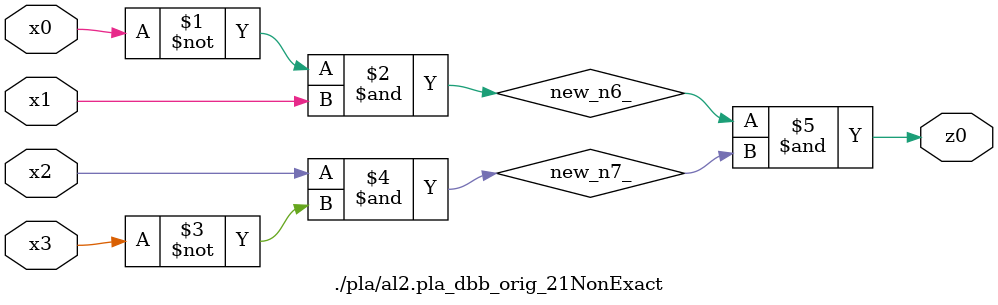
<source format=v>

module \./pla/al2.pla_dbb_orig_21NonExact  ( 
    x0, x1, x2, x3,
    z0  );
  input  x0, x1, x2, x3;
  output z0;
  wire new_n6_, new_n7_;
  assign new_n6_ = ~x0 & x1;
  assign new_n7_ = x2 & ~x3;
  assign z0 = new_n6_ & new_n7_;
endmodule



</source>
